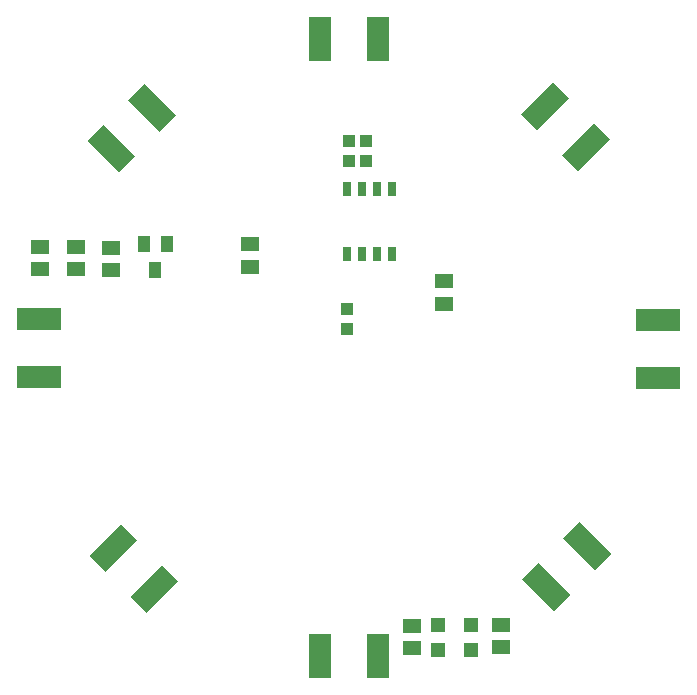
<source format=gbr>
G04 EAGLE Gerber RS-274X export*
G75*
%MOMM*%
%FSLAX34Y34*%
%LPD*%
%INSolderpaste Top*%
%IPPOS*%
%AMOC8*
5,1,8,0,0,1.08239X$1,22.5*%
G01*
%ADD10R,1.930400X3.810000*%
%ADD11R,3.810000X1.930400*%
%ADD12R,1.500000X1.300000*%
%ADD13R,0.700000X1.300000*%
%ADD14R,1.100000X1.000000*%
%ADD15R,1.000000X1.100000*%
%ADD16R,1.200000X1.200000*%
%ADD17R,1.000000X1.400000*%


D10*
X96765Y556736D03*
X145787Y556736D03*
D11*
G36*
X266614Y493059D02*
X293554Y519999D01*
X307204Y506349D01*
X280264Y479409D01*
X266614Y493059D01*
G37*
G36*
X301278Y458396D02*
X328218Y485336D01*
X341868Y471686D01*
X314928Y444746D01*
X301278Y458396D01*
G37*
X382884Y318460D03*
X382884Y269438D03*
G36*
X316125Y147561D02*
X343065Y120621D01*
X329415Y106971D01*
X302475Y133911D01*
X316125Y147561D01*
G37*
G36*
X281462Y112897D02*
X308402Y85957D01*
X294752Y72307D01*
X267812Y99247D01*
X281462Y112897D01*
G37*
D10*
X145218Y34449D03*
X96196Y34449D03*
D11*
G36*
X-23520Y97779D02*
X-50460Y70839D01*
X-64110Y84489D01*
X-37170Y111429D01*
X-23520Y97779D01*
G37*
G36*
X-58184Y132443D02*
X-85124Y105503D01*
X-98774Y119153D01*
X-71834Y146093D01*
X-58184Y132443D01*
G37*
X-141441Y270707D03*
X-141441Y319729D03*
G36*
X-74035Y443771D02*
X-100975Y470711D01*
X-87325Y484361D01*
X-60385Y457421D01*
X-74035Y443771D01*
G37*
G36*
X-39371Y478435D02*
X-66311Y505375D01*
X-52661Y519025D01*
X-25721Y492085D01*
X-39371Y478435D01*
G37*
D12*
X37457Y383056D03*
X37457Y364056D03*
X-80420Y361060D03*
X-80420Y380060D03*
X-110270Y380770D03*
X-110270Y361770D03*
X-140380Y380670D03*
X-140380Y361670D03*
D13*
X144850Y374500D03*
X157550Y374500D03*
X132150Y374500D03*
X119450Y374500D03*
X144850Y429500D03*
X157550Y429500D03*
X132150Y429500D03*
X119450Y429500D03*
D12*
X173928Y60086D03*
X173928Y41086D03*
X249900Y60700D03*
X249900Y41700D03*
D14*
X135600Y470300D03*
X135600Y453300D03*
D15*
X119000Y328000D03*
X119000Y311000D03*
X120600Y453200D03*
X120600Y470200D03*
D16*
X195911Y39768D03*
X195911Y60768D03*
X224300Y39900D03*
X224300Y60900D03*
D17*
X-43000Y361000D03*
X-52500Y383000D03*
X-33500Y383000D03*
D12*
X201700Y351800D03*
X201700Y332800D03*
M02*

</source>
